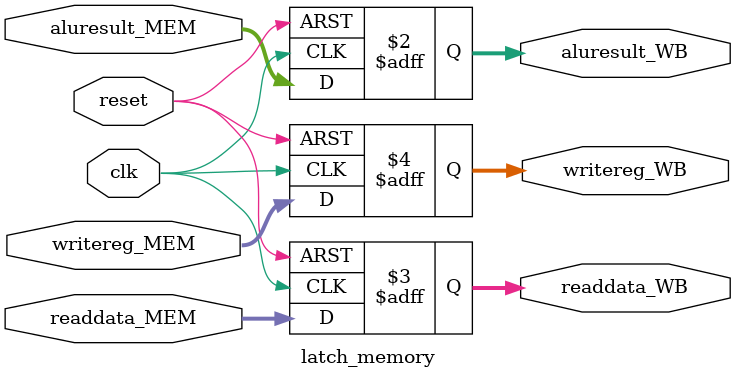
<source format=sv>
module latch_memory (input logic clk,
                     input logic reset,
                     input logic [31:0] aluresult_MEM,
                     input logic [31:0] readdata_MEM,
                     input logic [4:0] writereg_MEM,
                      
                     output logic [31:0] aluresult_WB,
                     output logic [31:0] readdata_WB,
                     output logic [4:0] writereg_WB);
        
    always_ff @(posedge clk, posedge reset) begin
        if (reset) begin
            aluresult_WB <= 0;
            readdata_WB <= 0;
            writereg_WB <= 0; 
        end else begin
                aluresult_WB <= aluresult_MEM;
                readdata_WB <= readdata_MEM;
                writereg_WB <= writereg_MEM;
            end
     end
endmodule 
</source>
